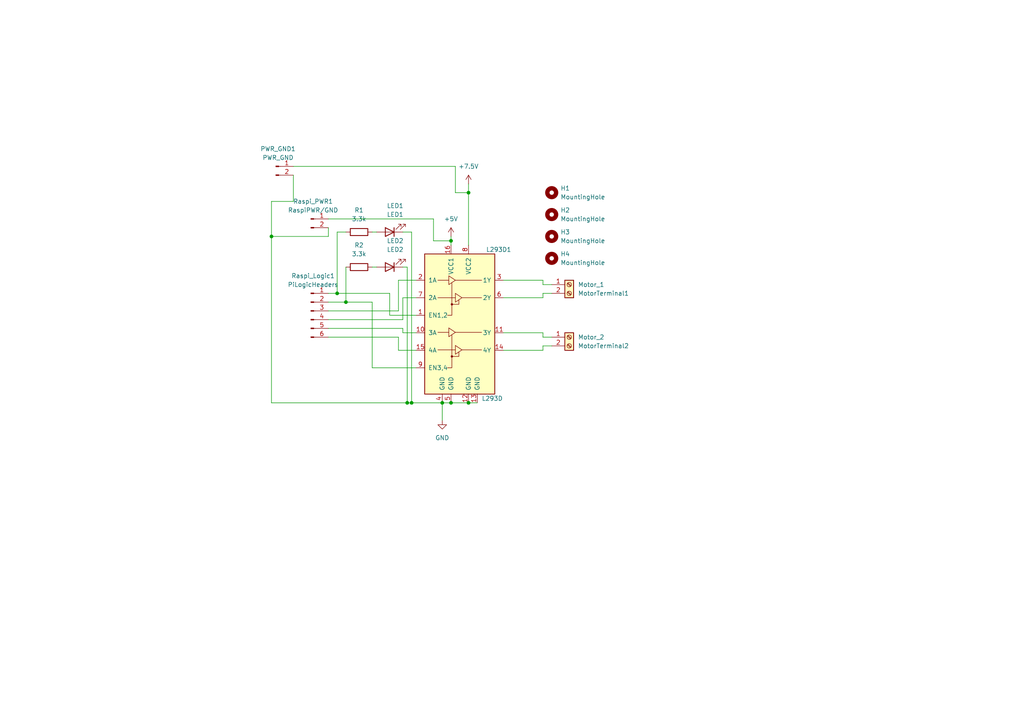
<source format=kicad_sch>
(kicad_sch (version 20211123) (generator eeschema)
  (paper "A4")
  (lib_symbols
    (symbol "Connector:Conn_01x02_Male" (pin_names (offset 1.016) hide)
      (property "Reference" "J" (at 0 2.54 0))
      (property "Value" "Conn_01x02_Male" (at 0 -5.08 0))
      (symbol "Conn_01x02_Male_1_1"
        (polyline (pts (xy 1.27 -2.54) (xy 0.8636 -2.54)) (stroke (width 0.1524)))
        (polyline (pts (xy 1.27 0) (xy 0.8636 0)) (stroke (width 0.1524)))
        (rectangle (start 0.8636 -2.413) (end 0 -2.667) (stroke (width 0.1524)) (fill (type outline)))
        (rectangle (start 0.8636 0.127) (end 0 -0.127) (stroke (width 0.1524)) (fill (type outline)))
        (pin passive line (at 5.08 0 180) (length 3.81) (name "Pin_1") (number "1"))
        (pin passive line (at 5.08 -2.54 180) (length 3.81) (name "Pin_2") (number "2"))
      )
    )
    (symbol "Connector:Conn_01x06_Male" (pin_names (offset 1.016) hide)
      (property "Reference" "J" (at 0 7.62 0))
      (property "Value" "Conn_01x06_Male" (at 0 -10.16 0))
      (symbol "Conn_01x06_Male_1_1"
        (polyline (pts (xy 1.27 -7.62) (xy 0.8636 -7.62)) (stroke (width 0.1524)))
        (polyline (pts (xy 1.27 -5.08) (xy 0.8636 -5.08)) (stroke (width 0.1524)))
        (polyline (pts (xy 1.27 -2.54) (xy 0.8636 -2.54)) (stroke (width 0.1524)))
        (polyline (pts (xy 1.27 0) (xy 0.8636 0)) (stroke (width 0.1524)))
        (polyline (pts (xy 1.27 2.54) (xy 0.8636 2.54)) (stroke (width 0.1524)))
        (polyline (pts (xy 1.27 5.08) (xy 0.8636 5.08)) (stroke (width 0.1524)))
        (rectangle (start 0.8636 -7.493) (end 0 -7.747) (stroke (width 0.1524)) (fill (type outline)))
        (rectangle (start 0.8636 -4.953) (end 0 -5.207) (stroke (width 0.1524)) (fill (type outline)))
        (rectangle (start 0.8636 -2.413) (end 0 -2.667) (stroke (width 0.1524)) (fill (type outline)))
        (rectangle (start 0.8636 0.127) (end 0 -0.127) (stroke (width 0.1524)) (fill (type outline)))
        (rectangle (start 0.8636 2.667) (end 0 2.413) (stroke (width 0.1524)) (fill (type outline)))
        (rectangle (start 0.8636 5.207) (end 0 4.953) (stroke (width 0.1524)) (fill (type outline)))
        (pin passive line (at 5.08 5.08 180) (length 3.81) (name "Pin_1") (number "1"))
        (pin passive line (at 5.08 2.54 180) (length 3.81) (name "Pin_2") (number "2"))
        (pin passive line (at 5.08 0 180) (length 3.81) (name "Pin_3") (number "3"))
        (pin passive line (at 5.08 -2.54 180) (length 3.81) (name "Pin_4") (number "4"))
        (pin passive line (at 5.08 -5.08 180) (length 3.81) (name "Pin_5") (number "5"))
        (pin passive line (at 5.08 -7.62 180) (length 3.81) (name "Pin_6") (number "6"))
      )
    )
    (symbol "Connector:Screw_Terminal_01x02" (pin_names (offset 1.016) hide)
      (property "Reference" "J" (at 0 2.54 0))
      (property "Value" "Screw_Terminal_01x02" (at 0 -5.08 0))
      (symbol "Screw_Terminal_01x02_1_1"
        (rectangle (start -1.27 1.27) (end 1.27 -3.81) (stroke (width 0.254)) (fill (type background)))
        (circle (center 0 -2.54) (radius 0.635) (stroke (width 0.1524)))
        (polyline (pts (xy -0.5334 -2.2098) (xy 0.3302 -3.048)) (stroke (width 0.1524)))
        (polyline (pts (xy -0.5334 0.3302) (xy 0.3302 -0.508)) (stroke (width 0.1524)))
        (polyline (pts (xy -0.3556 -2.032) (xy 0.508 -2.8702)) (stroke (width 0.1524)))
        (polyline (pts (xy -0.3556 0.508) (xy 0.508 -0.3302)) (stroke (width 0.1524)))
        (circle (center 0 0) (radius 0.635) (stroke (width 0.1524)))
        (pin passive line (at -5.08 0 0) (length 3.81) (name "Pin_1") (number "1"))
        (pin passive line (at -5.08 -2.54 0) (length 3.81) (name "Pin_2") (number "2"))
      )
    )
    (symbol "Device:LED" (pin_numbers hide) (pin_names (offset 1.016) hide)
      (property "Reference" "D" (at 0 2.54 0))
      (property "Value" "LED" (at 0 -2.54 0))
      (symbol "LED_0_1"
        (polyline (pts (xy -1.27 -1.27) (xy -1.27 1.27)) (stroke (width 0.254)))
        (polyline (pts (xy -1.27 0) (xy 1.27 0)))
        (polyline (pts (xy 1.27 -1.27) (xy 1.27 1.27) (xy -1.27 0) (xy 1.27 -1.27)) (stroke (width 0.254)))
        (polyline (pts (xy -3.048 -0.762) (xy -4.572 -2.286) (xy -3.81 -2.286) (xy -4.572 -2.286) (xy -4.572 -1.524)))
        (polyline (pts (xy -1.778 -0.762) (xy -3.302 -2.286) (xy -2.54 -2.286) (xy -3.302 -2.286) (xy -3.302 -1.524)))
      )
      (symbol "LED_1_1"
        (pin passive line (at -3.81 0 0) (length 2.54) (name "K") (number "1"))
        (pin passive line (at 3.81 0 180) (length 2.54) (name "A") (number "2"))
      )
    )
    (symbol "Device:R" (pin_numbers hide) (pin_names (offset 0))
      (property "Reference" "R" (at 2.032 0 90))
      (property "Value" "R" (at 0 0 90))
      (symbol "R_0_1"
        (rectangle (start -1.016 -2.54) (end 1.016 2.54) (stroke (width 0.254)))
      )
      (symbol "R_1_1"
        (pin passive line (at 0 3.81 270) (length 1.27) (name "~") (number "1"))
        (pin passive line (at 0 -3.81 90) (length 1.27) (name "~") (number "2"))
      )
    )
    (symbol "Driver_Motor:L293D" (pin_names (offset 1.016))
      (property "Reference" "U" (at -5.08 26.035 0))
      (property "Value" "L293D" (at -5.08 24.13 0))
      (symbol "L293D_0_1"
        (rectangle (start -10.16 22.86) (end 10.16 -17.78) (stroke (width 0.254)) (fill (type background)))
        (circle (center -2.286 -6.858) (radius 0.254) (fill (type outline)))
        (circle (center -2.286 8.255) (radius 0.254) (fill (type outline)))
        (polyline (pts (xy -6.35 -4.953) (xy -1.27 -4.953)))
        (polyline (pts (xy -6.35 0.127) (xy -3.175 0.127)))
        (polyline (pts (xy -6.35 10.16) (xy -1.27 10.16)))
        (polyline (pts (xy -6.35 15.24) (xy -3.175 15.24)))
        (polyline (pts (xy -1.27 0.127) (xy 6.35 0.127)))
        (polyline (pts (xy -1.27 15.24) (xy 6.35 15.24)))
        (polyline (pts (xy 0.635 -4.953) (xy 6.35 -4.953)))
        (polyline (pts (xy 0.635 10.16) (xy 6.35 10.16)))
        (polyline (pts (xy -2.286 -6.858) (xy -0.254 -6.858) (xy -0.254 -5.588)))
        (polyline (pts (xy -2.286 -0.635) (xy -2.286 -10.16) (xy -3.556 -10.16)))
        (polyline (pts (xy -2.286 8.255) (xy -0.254 8.255) (xy -0.254 9.525)))
        (polyline (pts (xy -2.286 14.478) (xy -2.286 5.08) (xy -3.556 5.08)))
        (polyline (pts (xy -3.175 1.397) (xy -3.175 -1.143) (xy -1.27 0.127) (xy -3.175 1.397)))
        (polyline (pts (xy -3.175 16.51) (xy -3.175 13.97) (xy -1.27 15.24) (xy -3.175 16.51)))
        (polyline (pts (xy -1.27 -3.683) (xy -1.27 -6.223) (xy 0.635 -4.953) (xy -1.27 -3.683)))
        (polyline (pts (xy -1.27 11.43) (xy -1.27 8.89) (xy 0.635 10.16) (xy -1.27 11.43)))
      )
      (symbol "L293D_1_1"
        (pin input line (at -12.7 5.08 0) (length 2.54) (name "EN1,2") (number "1"))
        (pin input line (at -12.7 0 0) (length 2.54) (name "3A") (number "10"))
        (pin output line (at 12.7 0 180) (length 2.54) (name "3Y") (number "11"))
        (pin power_in line (at 2.54 -20.32 90) (length 2.54) (name "GND") (number "12"))
        (pin power_in line (at 5.08 -20.32 90) (length 2.54) (name "GND") (number "13"))
        (pin output line (at 12.7 -5.08 180) (length 2.54) (name "4Y") (number "14"))
        (pin input line (at -12.7 -5.08 0) (length 2.54) (name "4A") (number "15"))
        (pin power_in line (at -2.54 25.4 270) (length 2.54) (name "VCC1") (number "16"))
        (pin input line (at -12.7 15.24 0) (length 2.54) (name "1A") (number "2"))
        (pin output line (at 12.7 15.24 180) (length 2.54) (name "1Y") (number "3"))
        (pin power_in line (at -5.08 -20.32 90) (length 2.54) (name "GND") (number "4"))
        (pin power_in line (at -2.54 -20.32 90) (length 2.54) (name "GND") (number "5"))
        (pin output line (at 12.7 10.16 180) (length 2.54) (name "2Y") (number "6"))
        (pin input line (at -12.7 10.16 0) (length 2.54) (name "2A") (number "7"))
        (pin power_in line (at 2.54 25.4 270) (length 2.54) (name "VCC2") (number "8"))
        (pin input line (at -12.7 -10.16 0) (length 2.54) (name "EN3,4") (number "9"))
      )
    )
    (symbol "Mechanical:MountingHole" (pin_names (offset 1.016))
      (property "Reference" "H" (at 0 5.08 0))
      (property "Value" "MountingHole" (at 0 3.175 0))
      (symbol "MountingHole_0_1"
        (circle (center 0 0) (radius 1.27) (stroke (width 1.27)))
      )
    )
    (symbol "power:+5V" (power) (pin_names (offset 0))
      (property "Value" "+5V" (at 0 3.556 0))
      (symbol "+5V_0_1"
        (polyline (pts (xy -0.762 1.27) (xy 0 2.54)))
        (polyline (pts (xy 0 0) (xy 0 2.54)))
        (polyline (pts (xy 0 2.54) (xy 0.762 1.27)))
      )
      (symbol "+5V_1_1"
        (pin power_in line (at 0 0 90) (length 0) hide (name "+5V") (number "1"))
      )
    )
    (symbol "power:+7.5V" (power) (pin_names (offset 0))
      (property "Value" "+7.5V" (at 0 3.556 0))
      (symbol "+7.5V_0_1"
        (polyline (pts (xy -0.762 1.27) (xy 0 2.54)))
        (polyline (pts (xy 0 0) (xy 0 2.54)))
        (polyline (pts (xy 0 2.54) (xy 0.762 1.27)))
      )
      (symbol "+7.5V_1_1"
        (pin power_in line (at 0 0 90) (length 0) hide (name "+7.5V") (number "1"))
      )
    )
    (symbol "power:GND" (power) (pin_names (offset 0))
      (property "Value" "GND" (at 0 -3.81 0))
      (symbol "GND_0_1"
        (polyline (pts (xy 0 0) (xy 0 -1.27) (xy 1.27 -1.27) (xy 0 -2.54) (xy -1.27 -1.27) (xy 0 -1.27)))
      )
      (symbol "GND_1_1"
        (pin power_in line (at 0 0 270) (length 0) hide (name "GND") (number "1"))
      )
    )
  )
  (junction (at 130.81 69.85))
  (junction (at 119.38 116.84))
  (junction (at 130.81 116.84))
  (junction (at 135.89 55.88))
  (junction (at 100.33 87.63))
  (junction (at 135.89 116.84))
  (junction (at 128.27 116.84))
  (junction (at 97.79 85.09))
  (junction (at 118.11 116.84))
  (junction (at 78.74 68.58))
  (wire (pts (xy 146.05 86.36) (xy 157.48 86.36)))
  (wire (pts (xy 135.89 116.84) (xy 138.43 116.84)))
  (wire (pts (xy 157.48 85.09) (xy 160.02 85.09)))
  (wire (pts (xy 95.25 85.09) (xy 97.79 85.09)))
  (wire (pts (xy 78.74 116.84) (xy 118.11 116.84)))
  (wire (pts (xy 78.74 68.58) (xy 78.74 116.84)))
  (wire (pts (xy 128.27 116.84) (xy 128.27 121.92)))
  (wire (pts (xy 118.11 116.84) (xy 119.38 116.84)))
  (wire (pts (xy 157.48 82.55) (xy 160.02 82.55)))
  (wire (pts (xy 97.79 85.09) (xy 113.03 85.09)))
  (wire (pts (xy 125.73 69.85) (xy 130.81 69.85)))
  (wire (pts (xy 85.09 48.26) (xy 132.08 48.26)))
  (wire (pts (xy 95.25 66.04) (xy 95.25 68.58)))
  (wire (pts (xy 157.48 97.79) (xy 160.02 97.79)))
  (wire (pts (xy 116.84 96.52) (xy 120.65 96.52)))
  (wire (pts (xy 95.25 92.71) (xy 116.84 92.71)))
  (wire (pts (xy 100.33 77.47) (xy 100.33 87.63)))
  (wire (pts (xy 78.74 58.42) (xy 78.74 68.58)))
  (wire (pts (xy 95.25 97.79) (xy 115.57 97.79)))
  (wire (pts (xy 118.11 77.47) (xy 118.11 116.84)))
  (wire (pts (xy 157.48 86.36) (xy 157.48 85.09)))
  (wire (pts (xy 115.57 97.79) (xy 115.57 101.6)))
  (wire (pts (xy 116.84 95.25) (xy 116.84 96.52)))
  (wire (pts (xy 100.33 87.63) (xy 107.95 87.63)))
  (wire (pts (xy 78.74 58.42) (xy 85.09 58.42)))
  (wire (pts (xy 107.95 87.63) (xy 107.95 106.68)))
  (wire (pts (xy 116.84 77.47) (xy 118.11 77.47)))
  (wire (pts (xy 107.95 77.47) (xy 109.22 77.47)))
  (wire (pts (xy 157.48 100.33) (xy 160.02 100.33)))
  (wire (pts (xy 85.09 50.8) (xy 85.09 58.42)))
  (wire (pts (xy 107.95 106.68) (xy 120.65 106.68)))
  (wire (pts (xy 132.08 55.88) (xy 135.89 55.88)))
  (wire (pts (xy 116.84 86.36) (xy 120.65 86.36)))
  (wire (pts (xy 128.27 116.84) (xy 130.81 116.84)))
  (wire (pts (xy 115.57 101.6) (xy 120.65 101.6)))
  (wire (pts (xy 95.25 95.25) (xy 116.84 95.25)))
  (wire (pts (xy 113.03 85.09) (xy 113.03 91.44)))
  (wire (pts (xy 130.81 116.84) (xy 135.89 116.84)))
  (wire (pts (xy 116.84 92.71) (xy 116.84 86.36)))
  (wire (pts (xy 135.89 53.34) (xy 135.89 55.88)))
  (wire (pts (xy 116.84 67.31) (xy 119.38 67.31)))
  (wire (pts (xy 119.38 116.84) (xy 128.27 116.84)))
  (wire (pts (xy 130.81 68.58) (xy 130.81 69.85)))
  (wire (pts (xy 97.79 67.31) (xy 97.79 85.09)))
  (wire (pts (xy 135.89 55.88) (xy 135.89 71.12)))
  (wire (pts (xy 119.38 67.31) (xy 119.38 116.84)))
  (wire (pts (xy 146.05 81.28) (xy 157.48 81.28)))
  (wire (pts (xy 97.79 67.31) (xy 100.33 67.31)))
  (wire (pts (xy 115.57 90.17) (xy 115.57 81.28)))
  (wire (pts (xy 107.95 67.31) (xy 109.22 67.31)))
  (wire (pts (xy 115.57 81.28) (xy 120.65 81.28)))
  (wire (pts (xy 95.25 87.63) (xy 100.33 87.63)))
  (wire (pts (xy 157.48 101.6) (xy 157.48 100.33)))
  (wire (pts (xy 157.48 81.28) (xy 157.48 82.55)))
  (wire (pts (xy 95.25 63.5) (xy 125.73 63.5)))
  (wire (pts (xy 95.25 68.58) (xy 78.74 68.58)))
  (wire (pts (xy 146.05 101.6) (xy 157.48 101.6)))
  (wire (pts (xy 157.48 96.52) (xy 157.48 97.79)))
  (wire (pts (xy 95.25 90.17) (xy 115.57 90.17)))
  (wire (pts (xy 132.08 48.26) (xy 132.08 55.88)))
  (wire (pts (xy 113.03 91.44) (xy 120.65 91.44)))
  (wire (pts (xy 130.81 69.85) (xy 130.81 71.12)))
  (wire (pts (xy 125.73 63.5) (xy 125.73 69.85)))
  (wire (pts (xy 146.05 96.52) (xy 157.48 96.52)))
  (symbol (lib_id "Connector:Conn_01x02_Male") (at 90.17 63.5 0) (unit 1)
    (property "Reference" "Raspi_PWR1" (at 90.805 58.42 0))
    (property "Value" "RaspiPWR/GND" (at 90.805 60.96 0))
    (property "Footprint" "Connector_PinHeader_2.54mm:PinHeader_1x02_P2.54mm_Vertical" (effects hide))
  )
  (symbol (lib_id "Mechanical:MountingHole") (at 160.02 55.88 0) (unit 1)
    (property "Reference" "H1" (at 162.56 54.6099 0) (effects (justify left)))
    (property "Value" "MountingHole" (at 162.56 57.1499 0) (effects (justify left)))
    (property "Footprint" "MountingHole:MountingHole_2.2mm_M2" (effects hide))
  )
  (symbol (lib_id "power:+7.5V") (at 135.89 53.34 0) (unit 1)
    (property "Reference" "#PWR0103" (effects hide))
    (property "Value" "+7.5V" (at 135.89 48.26 0))
  )
  (symbol (lib_id "Device:R") (at 104.14 77.47 90) (unit 1)
    (property "Reference" "R2" (at 104.14 71.12 90))
    (property "Value" "3.3k" (at 104.14 73.66 90))
    (property "Footprint" "Resistor_THT:R_Axial_DIN0207_L6.3mm_D2.5mm_P7.62mm_Horizontal" (effects hide))
  )
  (symbol (lib_id "Connector:Screw_Terminal_01x02") (at 165.1 82.55 0) (unit 1)
    (property "Reference" "Motor_1" (at 167.64 82.5499 0) (effects (justify left)))
    (property "Value" "MotorTerminal1" (at 167.64 85.0899 0) (effects (justify left)))
    (property "Footprint" "TerminalBlock:TerminalBlock_Altech_AK300-2_P5.00mm" (effects hide))
  )
  (symbol (lib_id "power:GND") (at 128.27 121.92 0) (unit 1)
    (property "Reference" "#PWR0102" (effects hide))
    (property "Value" "GND" (at 128.27 127 0))
  )
  (symbol (lib_id "Driver_Motor:L293D") (at 133.35 96.52 0) (unit 1)
    (property "Reference" "L293D1" (at 140.97 72.39 0) (effects (justify left)))
    (property "Value" "L293D" (at 139.7 115.57 0) (effects (justify left)))
    (property "Footprint" "Package_DIP:DIP-16_W7.62mm" (effects hide))
    (property "Datasheet" "http://www.ti.com/lit/ds/symlink/l293.pdf" (effects hide))
  )
  (symbol (lib_id "Connector:Screw_Terminal_01x02") (at 165.1 97.79 0) (unit 1)
    (property "Reference" "Motor_2" (at 167.64 97.7899 0) (effects (justify left)))
    (property "Value" "MotorTerminal2" (at 167.64 100.3299 0) (effects (justify left)))
    (property "Footprint" "TerminalBlock:TerminalBlock_Altech_AK300-2_P5.00mm" (effects hide))
  )
  (symbol (lib_id "Device:LED") (at 113.03 77.47 180) (unit 1)
    (property "Reference" "LED2" (at 114.6175 69.85 0))
    (property "Value" "LED2" (at 114.6175 72.39 0))
    (property "Footprint" "LED_THT:LED_D5.0mm" (effects hide))
  )
  (symbol (lib_id "Mechanical:MountingHole") (at 160.02 62.23 0) (unit 1)
    (property "Reference" "H2" (at 162.56 60.9599 0) (effects (justify left)))
    (property "Value" "MountingHole" (at 162.56 63.4999 0) (effects (justify left)))
    (property "Footprint" "MountingHole:MountingHole_2.2mm_M2" (effects hide))
  )
  (symbol (lib_id "Device:LED") (at 113.03 67.31 180) (unit 1)
    (property "Reference" "LED1" (at 114.6175 59.69 0))
    (property "Value" "LED1" (at 114.6175 62.23 0))
    (property "Footprint" "LED_THT:LED_D5.0mm" (effects hide))
  )
  (symbol (lib_id "Connector:Conn_01x06_Male") (at 90.17 90.17 0) (unit 1)
    (property "Reference" "Raspi_Logic1" (at 90.805 80.01 0))
    (property "Value" "PiLogicHeaders" (at 90.805 82.55 0))
    (property "Footprint" "Connector_PinHeader_2.54mm:PinHeader_1x06_P2.54mm_Vertical" (effects hide))
  )
  (symbol (lib_id "Mechanical:MountingHole") (at 160.02 68.58 0) (unit 1)
    (property "Reference" "H3" (at 162.56 67.3099 0) (effects (justify left)))
    (property "Value" "MountingHole" (at 162.56 69.8499 0) (effects (justify left)))
    (property "Footprint" "MountingHole:MountingHole_2.2mm_M2" (effects hide))
  )
  (symbol (lib_id "power:+5V") (at 130.81 68.58 0) (unit 1)
    (property "Reference" "#PWR0101" (effects hide))
    (property "Value" "+5V" (at 130.81 63.5 0))
  )
  (symbol (lib_id "Mechanical:MountingHole") (at 160.02 74.93 0) (unit 1)
    (property "Reference" "H4" (at 162.56 73.6599 0) (effects (justify left)))
    (property "Value" "MountingHole" (at 162.56 76.1999 0) (effects (justify left)))
    (property "Footprint" "MountingHole:MountingHole_2.2mm_M2" (effects hide))
  )
  (symbol (lib_id "Connector:Conn_01x02_Male") (at 80.01 48.26 0) (unit 1)
    (property "Reference" "PWR_GND1" (at 80.645 43.18 0))
    (property "Value" "PWR_GND" (at 80.645 45.72 0))
    (property "Footprint" "Connector_AMASS:AMASS_XT60-F_1x02_P7.20mm_Vertical" (effects hide))
  )
  (symbol (lib_id "Device:R") (at 104.14 67.31 90) (unit 1)
    (property "Reference" "R1" (at 104.14 60.96 90))
    (property "Value" "3.3k" (at 104.14 63.5 90))
    (property "Footprint" "Resistor_THT:R_Axial_DIN0207_L6.3mm_D2.5mm_P7.62mm_Horizontal" (effects hide))
  )
)
</source>
